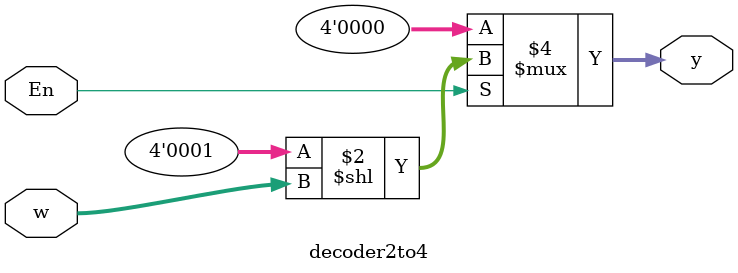
<source format=v>
module decoder2to4(w, En, y);
  input [1:0] w;
  input En;
  output reg [3:0] y;

  always @(*) begin
    if (En)
      y = 4'b0001 << w;
    else
      y = 4'b0000;
  end
endmodule

</source>
